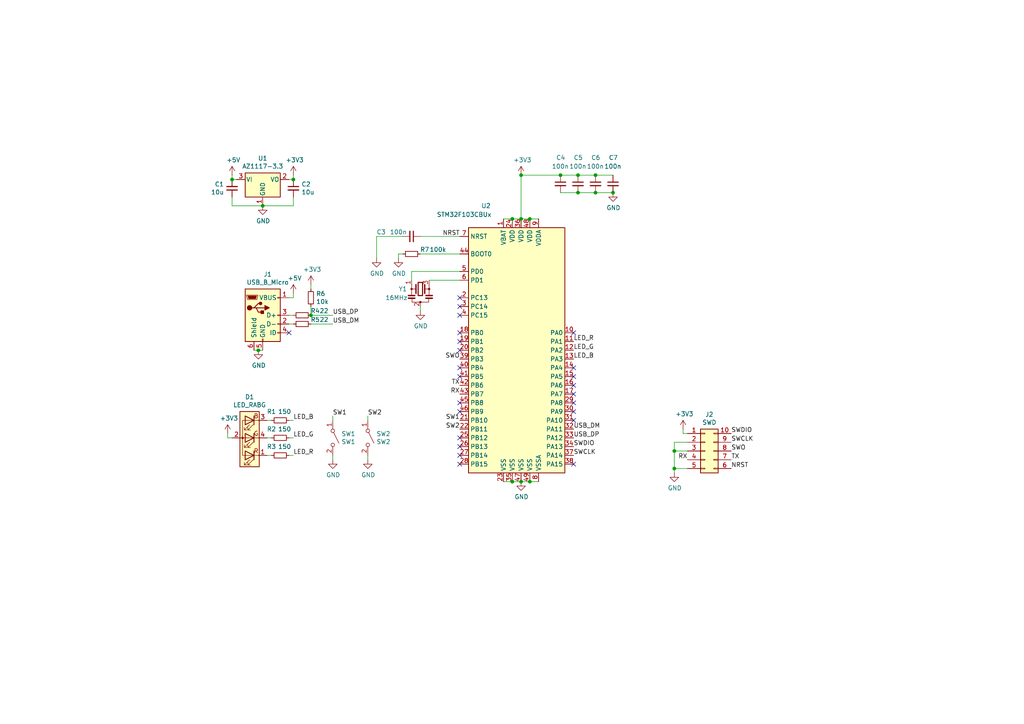
<source format=kicad_sch>
(kicad_sch (version 20231120) (generator "eeschema") (generator_version "8.0")
  (paper "A4")
  (lib_symbols
    (symbol "Connector:USB_B_Micro" (pin_names (offset 1.016))
      (property "Reference" "J" (at -5.08 11.43 0))
      (property "Value" "USB_B_Micro" (at -5.08 8.89 0))
      (symbol "USB_B_Micro_0_1"
        (rectangle (start -5.08 -7.62) (end 5.08 7.62) (stroke (width 0.254)) (fill (type background)))
        (circle (center -3.81 2.159) (radius 0.635) (stroke (width 0.254)) (fill (type outline)))
        (circle (center -0.635 3.429) (radius 0.381) (stroke (width 0.254)) (fill (type outline)))
        (rectangle (start -0.127 -7.62) (end 0.127 -6.858))
        (polyline (pts (xy -1.905 2.159) (xy 0.635 2.159)) (stroke (width 0.254)))
        (polyline (pts (xy -3.175 2.159) (xy -2.54 2.159) (xy -1.27 3.429) (xy -0.635 3.429)) (stroke (width 0.254)))
        (polyline (pts (xy -2.54 2.159) (xy -1.905 2.159) (xy -1.27 0.889) (xy 0 0.889)) (stroke (width 0.254)))
        (polyline (pts (xy 0.635 2.794) (xy 0.635 1.524) (xy 1.905 2.159) (xy 0.635 2.794)) (stroke (width 0.254)) (fill (type outline)))
        (polyline (pts (xy -4.318 5.588) (xy -1.778 5.588) (xy -2.032 4.826) (xy -4.064 4.826) (xy -4.318 5.588)) (fill (type outline)))
        (polyline (pts (xy -4.699 5.842) (xy -4.699 5.588) (xy -4.445 4.826) (xy -4.445 4.572) (xy -1.651 4.572) (xy -1.651 4.826) (xy -1.397 5.588) (xy -1.397 5.842) (xy -4.699 5.842)))
        (rectangle (start 0.254 1.27) (end -0.508 0.508) (stroke (width 0.254)) (fill (type outline)))
        (rectangle (start 5.08 -5.207) (end 4.318 -4.953))
        (rectangle (start 5.08 -2.667) (end 4.318 -2.413))
        (rectangle (start 5.08 -0.127) (end 4.318 0.127))
        (rectangle (start 5.08 4.953) (end 4.318 5.207))
      )
      (symbol "USB_B_Micro_1_1"
        (pin power_out line (at 7.62 5.08 180) (length 2.54) (name "VBUS") (number "1"))
        (pin bidirectional line (at 7.62 -2.54 180) (length 2.54) (name "D-") (number "2"))
        (pin bidirectional line (at 7.62 0 180) (length 2.54) (name "D+") (number "3"))
        (pin passive line (at 7.62 -5.08 180) (length 2.54) (name "ID") (number "4"))
        (pin power_out line (at 0 -10.16 90) (length 2.54) (name "GND") (number "5"))
        (pin passive line (at -2.54 -10.16 90) (length 2.54) (name "Shield") (number "6"))
      )
    )
    (symbol "Connector_Generic:Conn_02x05_Counter_Clockwise" (pin_names (offset 1.016) hide)
      (property "Reference" "J" (at 1.27 7.62 0))
      (property "Value" "Conn_02x05_Counter_Clockwise" (at 1.27 -7.62 0))
      (symbol "Conn_02x05_Counter_Clockwise_1_1"
        (rectangle (start -1.27 -4.953) (end 0 -5.207) (stroke (width 0.1524)))
        (rectangle (start -1.27 -2.413) (end 0 -2.667) (stroke (width 0.1524)))
        (rectangle (start -1.27 0.127) (end 0 -0.127) (stroke (width 0.1524)))
        (rectangle (start -1.27 2.667) (end 0 2.413) (stroke (width 0.1524)))
        (rectangle (start -1.27 5.207) (end 0 4.953) (stroke (width 0.1524)))
        (rectangle (start -1.27 6.35) (end 3.81 -6.35) (stroke (width 0.254)) (fill (type background)))
        (rectangle (start 3.81 -4.953) (end 2.54 -5.207) (stroke (width 0.1524)))
        (rectangle (start 3.81 -2.413) (end 2.54 -2.667) (stroke (width 0.1524)))
        (rectangle (start 3.81 0.127) (end 2.54 -0.127) (stroke (width 0.1524)))
        (rectangle (start 3.81 2.667) (end 2.54 2.413) (stroke (width 0.1524)))
        (rectangle (start 3.81 5.207) (end 2.54 4.953) (stroke (width 0.1524)))
        (pin passive line (at -5.08 5.08 0) (length 3.81) (name "Pin_1") (number "1"))
        (pin passive line (at 7.62 5.08 180) (length 3.81) (name "Pin_10") (number "10"))
        (pin passive line (at -5.08 2.54 0) (length 3.81) (name "Pin_2") (number "2"))
        (pin passive line (at -5.08 0 0) (length 3.81) (name "Pin_3") (number "3"))
        (pin passive line (at -5.08 -2.54 0) (length 3.81) (name "Pin_4") (number "4"))
        (pin passive line (at -5.08 -5.08 0) (length 3.81) (name "Pin_5") (number "5"))
        (pin passive line (at 7.62 -5.08 180) (length 3.81) (name "Pin_6") (number "6"))
        (pin passive line (at 7.62 -2.54 180) (length 3.81) (name "Pin_7") (number "7"))
        (pin passive line (at 7.62 0 180) (length 3.81) (name "Pin_8") (number "8"))
        (pin passive line (at 7.62 2.54 180) (length 3.81) (name "Pin_9") (number "9"))
      )
    )
    (symbol "Device:C_Small" (pin_numbers hide) (pin_names (offset 0.254) hide)
      (property "Reference" "C" (at 0.254 1.778 0))
      (property "Value" "C_Small" (at 0.254 -2.032 0))
      (symbol "C_Small_0_1"
        (polyline (pts (xy -1.524 -0.508) (xy 1.524 -0.508)) (stroke (width 0.3302)))
        (polyline (pts (xy -1.524 0.508) (xy 1.524 0.508)) (stroke (width 0.3048)))
      )
      (symbol "C_Small_1_1"
        (pin passive line (at 0 2.54 270) (length 2.032) (name "~") (number "1"))
        (pin passive line (at 0 -2.54 90) (length 2.032) (name "~") (number "2"))
      )
    )
    (symbol "Device:LED_RABG" (pin_names (offset 0) hide)
      (property "Reference" "D" (at 0 9.398 0))
      (property "Value" "LED_RABG" (at 0 -8.89 0))
      (symbol "LED_RABG_0_0"
        (text "B" (at -1.905 -6.35 0) (effects (font (size 1.27 1.27))))
        (text "G" (at -1.905 -1.27 0) (effects (font (size 1.27 1.27))))
        (text "R" (at -1.905 3.81 0) (effects (font (size 1.27 1.27))))
      )
      (symbol "LED_RABG_0_1"
        (polyline (pts (xy -1.27 -5.08) (xy -2.54 -5.08)))
        (polyline (pts (xy -1.27 -5.08) (xy 1.27 -5.08)))
        (polyline (pts (xy -1.27 -3.81) (xy -1.27 -6.35)) (stroke (width 0.254)))
        (polyline (pts (xy -1.27 0) (xy -2.54 0)))
        (polyline (pts (xy -1.27 1.27) (xy -1.27 -1.27)) (stroke (width 0.254)))
        (polyline (pts (xy -1.27 5.08) (xy -2.54 5.08)))
        (polyline (pts (xy -1.27 5.08) (xy 1.27 5.08)))
        (polyline (pts (xy -1.27 6.35) (xy -1.27 3.81)) (stroke (width 0.254)))
        (polyline (pts (xy 1.27 0) (xy -1.27 0)))
        (polyline (pts (xy 1.27 0) (xy 2.54 0)))
        (polyline (pts (xy -1.27 1.27) (xy -1.27 -1.27) (xy -1.27 -1.27)))
        (polyline (pts (xy -1.27 6.35) (xy -1.27 3.81) (xy -1.27 3.81)))
        (polyline (pts (xy 1.27 -5.08) (xy 2.032 -5.08) (xy 2.032 5.08) (xy 1.27 5.08)))
        (polyline (pts (xy 1.27 -3.81) (xy 1.27 -6.35) (xy -1.27 -5.08) (xy 1.27 -3.81)) (stroke (width 0.254)))
        (polyline (pts (xy 1.27 1.27) (xy 1.27 -1.27) (xy -1.27 0) (xy 1.27 1.27)) (stroke (width 0.254)))
        (polyline (pts (xy 1.27 6.35) (xy 1.27 3.81) (xy -1.27 5.08) (xy 1.27 6.35)) (stroke (width 0.254)))
        (polyline (pts (xy -1.016 -3.81) (xy 0.508 -2.286) (xy -0.254 -2.286) (xy 0.508 -2.286) (xy 0.508 -3.048)))
        (polyline (pts (xy -1.016 1.27) (xy 0.508 2.794) (xy -0.254 2.794) (xy 0.508 2.794) (xy 0.508 2.032)))
        (polyline (pts (xy -1.016 6.35) (xy 0.508 7.874) (xy -0.254 7.874) (xy 0.508 7.874) (xy 0.508 7.112)))
        (polyline (pts (xy 0 -3.81) (xy 1.524 -2.286) (xy 0.762 -2.286) (xy 1.524 -2.286) (xy 1.524 -3.048)))
        (polyline (pts (xy 0 1.27) (xy 1.524 2.794) (xy 0.762 2.794) (xy 1.524 2.794) (xy 1.524 2.032)))
        (polyline (pts (xy 0 6.35) (xy 1.524 7.874) (xy 0.762 7.874) (xy 1.524 7.874) (xy 1.524 7.112)))
        (rectangle (start 1.27 -1.27) (end 1.27 1.27))
        (rectangle (start 1.27 1.27) (end 1.27 1.27))
        (rectangle (start 1.27 3.81) (end 1.27 6.35))
        (rectangle (start 1.27 6.35) (end 1.27 6.35))
        (circle (center 2.032 0) (radius 0.254) (fill (type outline)))
        (rectangle (start 2.794 8.382) (end -2.794 -7.62) (stroke (width 0.254)) (fill (type background)))
      )
      (symbol "LED_RABG_1_1"
        (pin passive line (at -5.08 5.08 0) (length 2.54) (name "RK") (number "1"))
        (pin passive line (at 5.08 0 180) (length 2.54) (name "A") (number "2"))
        (pin passive line (at -5.08 -5.08 0) (length 2.54) (name "BK") (number "3"))
        (pin passive line (at -5.08 0 0) (length 2.54) (name "GK") (number "4"))
      )
    )
    (symbol "Device:R_Small" (pin_numbers hide) (pin_names (offset 0.254) hide)
      (property "Reference" "R" (at 0.762 0.508 0))
      (property "Value" "R_Small" (at 0.762 -1.016 0))
      (symbol "R_Small_0_1"
        (rectangle (start -0.762 1.778) (end 0.762 -1.778) (stroke (width 0.2032)))
      )
      (symbol "R_Small_1_1"
        (pin passive line (at 0 2.54 270) (length 0.762) (name "~") (number "1"))
        (pin passive line (at 0 -2.54 90) (length 0.762) (name "~") (number "2"))
      )
    )
    (symbol "Device:Resonator_Small" (pin_names (offset 1.016) hide)
      (property "Reference" "Y" (at 3.175 1.905 0))
      (property "Value" "Resonator_Small" (at 3.175 0 0))
      (symbol "Resonator_Small_0_1"
        (rectangle (start -3.556 -2.54) (end -1.524 -2.794) (fill (type outline)))
        (rectangle (start -3.556 -1.778) (end -1.524 -2.032) (fill (type outline)))
        (circle (center -2.54 0) (radius 0.254) (fill (type outline)))
        (rectangle (start -0.635 1.905) (end 0.635 -1.905) (stroke (width 0.3048)))
        (circle (center 0 -3.81) (radius 0.254) (fill (type outline)))
        (polyline (pts (xy -2.54 -1.778) (xy -2.54 0)))
        (polyline (pts (xy -2.54 0) (xy -1.397 0)))
        (polyline (pts (xy -2.54 1.27) (xy -2.54 0)))
        (polyline (pts (xy -1.27 -1.27) (xy -1.27 1.27)) (stroke (width 0.381)))
        (polyline (pts (xy 1.27 -1.27) (xy 1.27 1.27)) (stroke (width 0.381)))
        (polyline (pts (xy 1.27 0) (xy 2.54 0)))
        (polyline (pts (xy 2.54 0) (xy 2.54 -1.778)))
        (polyline (pts (xy 2.54 1.27) (xy 2.54 0)))
        (polyline (pts (xy 2.413 -2.794) (xy 2.413 -3.81) (xy -2.413 -3.81) (xy -2.413 -2.667)))
        (rectangle (start 1.524 -2.54) (end 3.556 -2.794) (fill (type outline)))
        (rectangle (start 1.524 -1.778) (end 3.556 -2.032) (fill (type outline)))
        (circle (center 2.54 0) (radius 0.254) (fill (type outline)))
      )
      (symbol "Resonator_Small_1_1"
        (pin passive line (at -2.54 2.54 270) (length 1.27) (name "1") (number "1"))
        (pin passive line (at 0 -5.08 90) (length 1.27) (name "2") (number "2"))
        (pin passive line (at 2.54 2.54 270) (length 1.27) (name "3") (number "3"))
      )
    )
    (symbol "MCU_ST_STM32F1:STM32F103CBUx"
      (property "Reference" "U" (at -15.24 36.83 0))
      (property "Value" "STM32F103CBUx" (at 7.62 36.83 0))
      (symbol "STM32F103CBUx_0_1"
        (rectangle (start -15.24 -35.56) (end 12.7 35.56) (stroke (width 0.254)) (fill (type background)))
      )
      (symbol "STM32F103CBUx_1_1"
        (pin power_in line (at -5.08 38.1 270) (length 2.54) (name "VBAT") (number "1"))
        (pin bidirectional line (at 15.24 5.08 180) (length 2.54) (name "PA0") (number "10"))
        (pin bidirectional line (at 15.24 2.54 180) (length 2.54) (name "PA1") (number "11"))
        (pin bidirectional line (at 15.24 0 180) (length 2.54) (name "PA2") (number "12"))
        (pin bidirectional line (at 15.24 -2.54 180) (length 2.54) (name "PA3") (number "13"))
        (pin bidirectional line (at 15.24 -5.08 180) (length 2.54) (name "PA4") (number "14"))
        (pin bidirectional line (at 15.24 -7.62 180) (length 2.54) (name "PA5") (number "15"))
        (pin bidirectional line (at 15.24 -10.16 180) (length 2.54) (name "PA6") (number "16"))
        (pin bidirectional line (at 15.24 -12.7 180) (length 2.54) (name "PA7") (number "17"))
        (pin bidirectional line (at -17.78 5.08 0) (length 2.54) (name "PB0") (number "18"))
        (pin bidirectional line (at -17.78 2.54 0) (length 2.54) (name "PB1") (number "19"))
        (pin bidirectional line (at -17.78 15.24 0) (length 2.54) (name "PC13") (number "2"))
        (pin bidirectional line (at -17.78 0 0) (length 2.54) (name "PB2") (number "20"))
        (pin bidirectional line (at -17.78 -20.32 0) (length 2.54) (name "PB10") (number "21"))
        (pin bidirectional line (at -17.78 -22.86 0) (length 2.54) (name "PB11") (number "22"))
        (pin power_in line (at -5.08 -38.1 90) (length 2.54) (name "VSS") (number "23"))
        (pin power_in line (at -2.54 38.1 270) (length 2.54) (name "VDD") (number "24"))
        (pin bidirectional line (at -17.78 -25.4 0) (length 2.54) (name "PB12") (number "25"))
        (pin bidirectional line (at -17.78 -27.94 0) (length 2.54) (name "PB13") (number "26"))
        (pin bidirectional line (at -17.78 -30.48 0) (length 2.54) (name "PB14") (number "27"))
        (pin bidirectional line (at -17.78 -33.02 0) (length 2.54) (name "PB15") (number "28"))
        (pin bidirectional line (at 15.24 -15.24 180) (length 2.54) (name "PA8") (number "29"))
        (pin bidirectional line (at -17.78 12.7 0) (length 2.54) (name "PC14") (number "3"))
        (pin bidirectional line (at 15.24 -17.78 180) (length 2.54) (name "PA9") (number "30"))
        (pin bidirectional line (at 15.24 -20.32 180) (length 2.54) (name "PA10") (number "31"))
        (pin bidirectional line (at 15.24 -22.86 180) (length 2.54) (name "PA11") (number "32"))
        (pin bidirectional line (at 15.24 -25.4 180) (length 2.54) (name "PA12") (number "33"))
        (pin bidirectional line (at 15.24 -27.94 180) (length 2.54) (name "PA13") (number "34"))
        (pin power_in line (at -2.54 -38.1 90) (length 2.54) (name "VSS") (number "35"))
        (pin power_in line (at 0 38.1 270) (length 2.54) (name "VDD") (number "36"))
        (pin bidirectional line (at 15.24 -30.48 180) (length 2.54) (name "PA14") (number "37"))
        (pin bidirectional line (at 15.24 -33.02 180) (length 2.54) (name "PA15") (number "38"))
        (pin bidirectional line (at -17.78 -2.54 0) (length 2.54) (name "PB3") (number "39"))
        (pin bidirectional line (at -17.78 10.16 0) (length 2.54) (name "PC15") (number "4"))
        (pin bidirectional line (at -17.78 -5.08 0) (length 2.54) (name "PB4") (number "40"))
        (pin bidirectional line (at -17.78 -7.62 0) (length 2.54) (name "PB5") (number "41"))
        (pin bidirectional line (at -17.78 -10.16 0) (length 2.54) (name "PB6") (number "42"))
        (pin bidirectional line (at -17.78 -12.7 0) (length 2.54) (name "PB7") (number "43"))
        (pin input line (at -17.78 27.94 0) (length 2.54) (name "BOOT0") (number "44"))
        (pin bidirectional line (at -17.78 -15.24 0) (length 2.54) (name "PB8") (number "45"))
        (pin bidirectional line (at -17.78 -17.78 0) (length 2.54) (name "PB9") (number "46"))
        (pin power_in line (at 0 -38.1 90) (length 2.54) (name "VSS") (number "47"))
        (pin power_in line (at 2.54 38.1 270) (length 2.54) (name "VDD") (number "48"))
        (pin power_in line (at 2.54 -38.1 90) (length 2.54) (name "VSS") (number "49"))
        (pin input line (at -17.78 22.86 0) (length 2.54) (name "PD0") (number "5"))
        (pin input line (at -17.78 20.32 0) (length 2.54) (name "PD1") (number "6"))
        (pin input line (at -17.78 33.02 0) (length 2.54) (name "NRST") (number "7"))
        (pin power_in line (at 5.08 -38.1 90) (length 2.54) (name "VSSA") (number "8"))
        (pin power_in line (at 5.08 38.1 270) (length 2.54) (name "VDDA") (number "9"))
      )
    )
    (symbol "Regulator_Linear:AZ1117-3.3" (pin_names (offset 0.254))
      (property "Reference" "U" (at -3.81 3.175 0))
      (property "Value" "AZ1117-3.3" (at 0 3.175 0))
      (symbol "AZ1117-3.3_0_1"
        (rectangle (start -5.08 1.905) (end 5.08 -5.08) (stroke (width 0.254)) (fill (type background)))
      )
      (symbol "AZ1117-3.3_1_1"
        (pin power_in line (at 0 -7.62 90) (length 2.54) (name "GND") (number "1"))
        (pin power_out line (at 7.62 0 180) (length 2.54) (name "VO") (number "2"))
        (pin power_in line (at -7.62 0 0) (length 2.54) (name "VI") (number "3"))
      )
    )
    (symbol "Switch:SW_SPST" (pin_names (offset 0) hide)
      (property "Reference" "SW" (at 0 3.175 0))
      (property "Value" "SW_SPST" (at 0 -2.54 0))
      (symbol "SW_SPST_0_0"
        (circle (center -2.032 0) (radius 0.508))
        (polyline (pts (xy -1.524 0.254) (xy 1.524 1.778)))
        (circle (center 2.032 0) (radius 0.508))
      )
      (symbol "SW_SPST_1_1"
        (pin passive line (at -5.08 0 0) (length 2.54) (name "A") (number "1"))
        (pin passive line (at 5.08 0 180) (length 2.54) (name "B") (number "2"))
      )
    )
    (symbol "power:+3V3" (power) (pin_names (offset 0))
      (property "Value" "+3V3" (at 0 3.556 0))
      (symbol "+3V3_0_1"
        (polyline (pts (xy -0.762 1.27) (xy 0 2.54)))
        (polyline (pts (xy 0 0) (xy 0 2.54)))
        (polyline (pts (xy 0 2.54) (xy 0.762 1.27)))
      )
      (symbol "+3V3_1_1"
        (pin power_in line (at 0 0 90) (length 0) hide (name "+3V3") (number "1"))
      )
    )
    (symbol "power:+5V" (power) (pin_names (offset 0))
      (property "Value" "+5V" (at 0 3.556 0))
      (symbol "+5V_0_1"
        (polyline (pts (xy -0.762 1.27) (xy 0 2.54)))
        (polyline (pts (xy 0 0) (xy 0 2.54)))
        (polyline (pts (xy 0 2.54) (xy 0.762 1.27)))
      )
      (symbol "+5V_1_1"
        (pin power_in line (at 0 0 90) (length 0) hide (name "+5V") (number "1"))
      )
    )
    (symbol "power:GND" (power) (pin_names (offset 0))
      (property "Value" "GND" (at 0 -3.81 0))
      (symbol "GND_0_1"
        (polyline (pts (xy 0 0) (xy 0 -1.27) (xy 1.27 -1.27) (xy 0 -2.54) (xy -1.27 -1.27) (xy 0 -1.27)))
      )
      (symbol "GND_1_1"
        (pin power_in line (at 0 0 270) (length 0) hide (name "GND") (number "1"))
      )
    )
  )
  (junction (at 153.67 139.7))
  (junction (at 167.64 50.8))
  (junction (at 76.2 59.69))
  (junction (at 195.58 135.89))
  (junction (at 151.13 63.5))
  (junction (at 153.67 63.5))
  (junction (at 177.8 55.88))
  (junction (at 167.64 55.88))
  (junction (at 151.13 50.8))
  (junction (at 67.31 52.07))
  (junction (at 195.58 130.81))
  (junction (at 90.17 91.44))
  (junction (at 148.59 139.7))
  (junction (at 172.72 55.88))
  (junction (at 172.72 50.8))
  (junction (at 148.59 63.5))
  (junction (at 85.09 52.07))
  (junction (at 74.93 101.6))
  (junction (at 162.56 50.8))
  (junction (at 151.13 139.7))
  (no_connect (at 166.37 134.62))
  (no_connect (at 166.37 111.76))
  (no_connect (at 133.35 91.44))
  (no_connect (at 133.35 99.06))
  (no_connect (at 133.35 129.54))
  (no_connect (at 133.35 86.36))
  (no_connect (at 166.37 121.92))
  (no_connect (at 133.35 134.62))
  (no_connect (at 133.35 119.38))
  (no_connect (at 166.37 109.22))
  (no_connect (at 133.35 96.52))
  (no_connect (at 133.35 109.22))
  (no_connect (at 166.37 119.38))
  (no_connect (at 133.35 132.08))
  (no_connect (at 83.82 96.52))
  (no_connect (at 166.37 96.52))
  (no_connect (at 133.35 127))
  (no_connect (at 133.35 106.68))
  (no_connect (at 166.37 116.84))
  (no_connect (at 166.37 114.3))
  (no_connect (at 133.35 116.84))
  (no_connect (at 166.37 106.68))
  (no_connect (at 133.35 101.6))
  (no_connect (at 133.35 88.9))
  (wire (pts (xy 96.52 132.08) (xy 96.52 133.35)))
  (wire (pts (xy 121.92 73.66) (xy 133.35 73.66)))
  (wire (pts (xy 109.22 68.58) (xy 109.22 74.93)))
  (wire (pts (xy 199.39 135.89) (xy 195.58 135.89)))
  (wire (pts (xy 77.47 121.92) (xy 78.74 121.92)))
  (wire (pts (xy 85.09 86.36) (xy 85.09 85.09)))
  (wire (pts (xy 116.84 68.58) (xy 109.22 68.58)))
  (wire (pts (xy 96.52 120.65) (xy 96.52 121.92)))
  (wire (pts (xy 66.04 125.73) (xy 66.04 127)))
  (wire (pts (xy 177.8 55.88) (xy 172.72 55.88)))
  (wire (pts (xy 116.84 73.66) (xy 115.57 73.66)))
  (wire (pts (xy 83.82 132.08) (xy 85.09 132.08)))
  (wire (pts (xy 90.17 88.9) (xy 90.17 91.44)))
  (wire (pts (xy 172.72 50.8) (xy 177.8 50.8)))
  (wire (pts (xy 119.38 78.74) (xy 119.38 81.28)))
  (wire (pts (xy 199.39 128.27) (xy 195.58 128.27)))
  (wire (pts (xy 162.56 50.8) (xy 167.64 50.8)))
  (wire (pts (xy 76.2 59.69) (xy 85.09 59.69)))
  (wire (pts (xy 198.12 125.73) (xy 199.39 125.73)))
  (wire (pts (xy 146.05 63.5) (xy 148.59 63.5)))
  (wire (pts (xy 83.82 127) (xy 85.09 127)))
  (wire (pts (xy 146.05 139.7) (xy 148.59 139.7)))
  (wire (pts (xy 83.82 52.07) (xy 85.09 52.07)))
  (wire (pts (xy 106.68 132.08) (xy 106.68 133.35)))
  (wire (pts (xy 90.17 93.98) (xy 96.52 93.98)))
  (wire (pts (xy 195.58 130.81) (xy 195.58 135.89)))
  (wire (pts (xy 115.57 73.66) (xy 115.57 74.93)))
  (wire (pts (xy 85.09 59.69) (xy 85.09 57.15)))
  (wire (pts (xy 67.31 59.69) (xy 76.2 59.69)))
  (wire (pts (xy 167.64 55.88) (xy 162.56 55.88)))
  (wire (pts (xy 83.82 86.36) (xy 85.09 86.36)))
  (wire (pts (xy 148.59 63.5) (xy 151.13 63.5)))
  (wire (pts (xy 77.47 127) (xy 78.74 127)))
  (wire (pts (xy 153.67 139.7) (xy 156.21 139.7)))
  (wire (pts (xy 148.59 139.7) (xy 151.13 139.7)))
  (wire (pts (xy 151.13 63.5) (xy 151.13 50.8)))
  (wire (pts (xy 151.13 50.8) (xy 162.56 50.8)))
  (wire (pts (xy 66.04 127) (xy 67.31 127)))
  (wire (pts (xy 133.35 78.74) (xy 119.38 78.74)))
  (wire (pts (xy 96.52 91.44) (xy 90.17 91.44)))
  (wire (pts (xy 151.13 139.7) (xy 153.67 139.7)))
  (wire (pts (xy 83.82 91.44) (xy 85.09 91.44)))
  (wire (pts (xy 172.72 55.88) (xy 167.64 55.88)))
  (wire (pts (xy 73.66 101.6) (xy 74.93 101.6)))
  (wire (pts (xy 83.82 121.92) (xy 85.09 121.92)))
  (wire (pts (xy 106.68 120.65) (xy 106.68 121.92)))
  (wire (pts (xy 67.31 50.8) (xy 67.31 52.07)))
  (wire (pts (xy 121.92 68.58) (xy 133.35 68.58)))
  (wire (pts (xy 90.17 82.55) (xy 90.17 83.82)))
  (wire (pts (xy 153.67 63.5) (xy 156.21 63.5)))
  (wire (pts (xy 195.58 135.89) (xy 195.58 137.16)))
  (wire (pts (xy 151.13 63.5) (xy 153.67 63.5)))
  (wire (pts (xy 83.82 93.98) (xy 85.09 93.98)))
  (wire (pts (xy 77.47 132.08) (xy 78.74 132.08)))
  (wire (pts (xy 74.93 101.6) (xy 76.2 101.6)))
  (wire (pts (xy 121.92 88.9) (xy 121.92 90.17)))
  (wire (pts (xy 167.64 50.8) (xy 172.72 50.8)))
  (wire (pts (xy 67.31 57.15) (xy 67.31 59.69)))
  (wire (pts (xy 124.46 81.28) (xy 133.35 81.28)))
  (wire (pts (xy 68.58 52.07) (xy 67.31 52.07)))
  (wire (pts (xy 198.12 124.46) (xy 198.12 125.73)))
  (wire (pts (xy 85.09 50.8) (xy 85.09 52.07)))
  (wire (pts (xy 195.58 128.27) (xy 195.58 130.81)))
  (wire (pts (xy 199.39 130.81) (xy 195.58 130.81)))
  (label "SW2" (at 106.68 120.65 0))
  (label "LED_R" (at 166.37 99.06 0))
  (label "SWO" (at 133.35 104.14 180))
  (label "USB_DP" (at 166.37 127 0))
  (label "SW2" (at 133.35 124.46 180))
  (label "LED_B" (at 166.37 104.14 0))
  (label "SWDIO" (at 212.09 125.73 0))
  (label "SWDIO" (at 166.37 129.54 0))
  (label "TX" (at 212.09 133.35 0))
  (label "SWO" (at 212.09 130.81 0))
  (label "RX" (at 199.39 133.35 180))
  (label "RX" (at 133.35 114.3 180))
  (label "USB_DM" (at 96.52 93.98 0))
  (label "SW1" (at 133.35 121.92 180))
  (label "SWCLK" (at 166.37 132.08 0))
  (label "NRST" (at 212.09 135.89 0))
  (label "LED_B" (at 85.09 121.92 0))
  (label "LED_G" (at 85.09 127 0))
  (label "LED_G" (at 166.37 101.6 0))
  (label "USB_DM" (at 166.37 124.46 0))
  (label "USB_DP" (at 96.52 91.44 0))
  (label "LED_R" (at 85.09 132.08 0))
  (label "SWCLK" (at 212.09 128.27 0))
  (label "NRST" (at 133.35 68.58 180))
  (label "SW1" (at 96.52 120.65 0))
  (label "TX" (at 133.35 111.76 180))
  (symbol (lib_id "MCU_ST_STM32F1:STM32F103CBUx") (at 151.13 101.6 0) (unit 1)
    (property "Reference" "U2" (at 140.97 59.69 0))
    (property "Value" "STM32F103CBUx" (at 134.62 62.23 0))
    (property "Footprint" "Package_DFN_QFN:QFN-48-1EP_7x7mm_P0.5mm_EP5.6x5.6mm" (effects (hide yes)))
    (property "Datasheet" "http://www.st.com/st-web-ui/static/active/en/resource/technical/document/datasheet/CD00161566.pdf" (effects (hide yes)))
  )
  (symbol (lib_id "power:GND") (at 151.13 139.7 0) (unit 1)
    (property "Reference" "#PWR0101" (effects (hide yes)))
    (property "Value" "GND" (at 151.257 144.0942 0))
  )
  (symbol (lib_id "Device:C_Small") (at 162.56 53.34 0) (unit 1)
    (property "Reference" "C4" (at 161.29 45.72 0) (effects (justify left)))
    (property "Value" "100n" (at 160.02 48.26 0) (effects (justify left)))
    (property "Footprint" "Capacitor_SMD:C_0603_1608Metric" (effects (hide yes)))
  )
  (symbol (lib_id "Device:C_Small") (at 167.64 53.34 0) (unit 1)
    (property "Reference" "C5" (at 166.37 45.72 0) (effects (justify left)))
    (property "Value" "100n" (at 165.1 48.26 0) (effects (justify left)))
    (property "Footprint" "Capacitor_SMD:C_0603_1608Metric" (effects (hide yes)))
  )
  (symbol (lib_id "Device:C_Small") (at 172.72 53.34 0) (unit 1)
    (property "Reference" "C6" (at 171.45 45.72 0) (effects (justify left)))
    (property "Value" "100n" (at 170.18 48.26 0) (effects (justify left)))
    (property "Footprint" "Capacitor_SMD:C_0603_1608Metric" (effects (hide yes)))
  )
  (symbol (lib_id "Device:C_Small") (at 177.8 53.34 0) (unit 1)
    (property "Reference" "C7" (at 176.53 45.72 0) (effects (justify left)))
    (property "Value" "100n" (at 175.26 48.26 0) (effects (justify left)))
    (property "Footprint" "Capacitor_SMD:C_0603_1608Metric" (effects (hide yes)))
  )
  (symbol (lib_id "power:+3V3") (at 151.13 50.8 0) (unit 1)
    (property "Reference" "#PWR0102" (effects (hide yes)))
    (property "Value" "+3V3" (at 151.511 46.4058 0))
  )
  (symbol (lib_id "power:GND") (at 177.8 55.88 0) (unit 1)
    (property "Reference" "#PWR0103" (effects (hide yes)))
    (property "Value" "GND" (at 177.927 60.2742 0))
  )
  (symbol (lib_id "Device:C_Small") (at 119.38 68.58 270) (unit 1)
    (property "Reference" "C3" (at 109.22 67.31 90) (effects (justify left)))
    (property "Value" "100n" (at 113.03 67.31 90) (effects (justify left)))
    (property "Footprint" "Capacitor_SMD:C_0603_1608Metric" (effects (hide yes)))
  )
  (symbol (lib_id "Device:R_Small") (at 119.38 73.66 270) (unit 1)
    (property "Reference" "R7" (at 123.19 72.39 90))
    (property "Value" "100k" (at 127 72.39 90))
    (property "Footprint" "Resistor_SMD:R_0603_1608Metric" (effects (hide yes)))
  )
  (symbol (lib_id "Device:Resonator_Small") (at 121.92 83.82 0) (unit 1)
    (property "Reference" "Y1" (at 115.57 83.82 0) (effects (justify left)))
    (property "Value" "16MHz" (at 111.76 86.36 0) (effects (justify left)))
    (property "Footprint" "Crystal:Resonator_SMD_muRata_CSTxExxV-3Pin_3.0x1.1mm" (effects (hide yes)))
  )
  (symbol (lib_id "power:GND") (at 121.92 90.17 0) (unit 1)
    (property "Reference" "#PWR0104" (effects (hide yes)))
    (property "Value" "GND" (at 122.047 94.5642 0))
  )
  (symbol (lib_id "power:GND") (at 115.57 74.93 0) (unit 1)
    (property "Reference" "#PWR0105" (effects (hide yes)))
    (property "Value" "GND" (at 115.697 79.3242 0))
  )
  (symbol (lib_id "power:GND") (at 109.22 74.93 0) (unit 1)
    (property "Reference" "#PWR0106" (effects (hide yes)))
    (property "Value" "GND" (at 109.347 79.3242 0))
  )
  (symbol (lib_id "Regulator_Linear:AZ1117-3.3") (at 76.2 52.07 0) (unit 1)
    (property "Reference" "U1" (at 76.2 45.9232 0))
    (property "Value" "AZ1117-3.3" (at 76.2 48.2346 0))
    (property "Footprint" "Package_TO_SOT_SMD:SOT-89-3" (effects (hide yes)))
    (property "Datasheet" "https://www.diodes.com/assets/Datasheets/AZ1117.pdf" (effects (hide yes)))
  )
  (symbol (lib_id "Device:C_Small") (at 85.09 54.61 0) (unit 1)
    (property "Reference" "C2" (at 87.4268 53.4416 0) (effects (justify left)))
    (property "Value" "10u" (at 87.4268 55.753 0) (effects (justify left)))
    (property "Footprint" "Capacitor_SMD:C_0805_2012Metric" (effects (hide yes)))
  )
  (symbol (lib_id "Device:C_Small") (at 67.31 54.61 0) (mirror x) (unit 1)
    (property "Reference" "C1" (at 64.9732 53.4416 0) (effects (justify right)))
    (property "Value" "10u" (at 64.9732 55.753 0) (effects (justify right)))
    (property "Footprint" "Capacitor_SMD:C_0805_2012Metric" (effects (hide yes)))
  )
  (symbol (lib_id "power:+5V") (at 67.31 50.8 0) (unit 1)
    (property "Reference" "#PWR0107" (effects (hide yes)))
    (property "Value" "+5V" (at 67.691 46.4058 0))
  )
  (symbol (lib_id "power:+3V3") (at 85.09 50.8 0) (unit 1)
    (property "Reference" "#PWR0108" (effects (hide yes)))
    (property "Value" "+3V3" (at 85.471 46.4058 0))
  )
  (symbol (lib_id "power:GND") (at 76.2 59.69 0) (unit 1)
    (property "Reference" "#PWR0109" (effects (hide yes)))
    (property "Value" "GND" (at 76.327 64.0842 0))
  )
  (symbol (lib_id "Connector_Generic:Conn_02x05_Counter_Clockwise") (at 204.47 130.81 0) (unit 1)
    (property "Reference" "J2" (at 205.74 120.2182 0))
    (property "Value" "SWD" (at 205.74 122.5296 0))
    (property "Footprint" "Connector:Tag-Connect_TC2050-IDC-NL_2x05_P1.27mm_Vertical" (effects (hide yes)))
  )
  (symbol (lib_id "power:+3V3") (at 198.12 124.46 0) (unit 1)
    (property "Reference" "#PWR0110" (effects (hide yes)))
    (property "Value" "+3V3" (at 198.501 120.0658 0))
  )
  (symbol (lib_id "power:GND") (at 195.58 137.16 0) (unit 1)
    (property "Reference" "#PWR0111" (effects (hide yes)))
    (property "Value" "GND" (at 195.707 141.5542 0))
  )
  (symbol (lib_id "Device:LED_RABG") (at 72.39 127 180) (unit 1)
    (property "Reference" "D1" (at 72.39 115.1382 0))
    (property "Value" "LED_RABG" (at 72.39 117.4496 0))
    (property "Footprint" "Resistor_SMD:R_Array_Convex_2x0606" (effects (hide yes)))
  )
  (symbol (lib_id "power:+3V3") (at 66.04 125.73 0) (unit 1)
    (property "Reference" "#PWR0112" (effects (hide yes)))
    (property "Value" "+3V3" (at 66.421 121.3358 0))
  )
  (symbol (lib_id "Device:R_Small") (at 81.28 121.92 270) (unit 1)
    (property "Reference" "R1" (at 78.74 119.38 90))
    (property "Value" "150" (at 82.55 119.38 90))
    (property "Footprint" "Resistor_SMD:R_0603_1608Metric" (effects (hide yes)))
  )
  (symbol (lib_id "Device:R_Small") (at 81.28 127 270) (unit 1)
    (property "Reference" "R2" (at 78.74 124.46 90))
    (property "Value" "150" (at 82.55 124.46 90))
    (property "Footprint" "Resistor_SMD:R_0603_1608Metric" (effects (hide yes)))
  )
  (symbol (lib_id "Device:R_Small") (at 81.28 132.08 270) (unit 1)
    (property "Reference" "R3" (at 78.74 129.54 90))
    (property "Value" "150" (at 82.55 129.54 90))
    (property "Footprint" "Resistor_SMD:R_0603_1608Metric" (effects (hide yes)))
  )
  (symbol (lib_id "Switch:SW_SPST") (at 96.52 127 270) (unit 1)
    (property "Reference" "SW1" (at 99.0092 125.8316 90) (effects (justify left)))
    (property "Value" "SW1" (at 99.0092 128.143 90) (effects (justify left)))
    (property "Footprint" "Button_Switch_SMD:SW_SPST_SKQG_WithoutStem" (effects (hide yes)))
  )
  (symbol (lib_id "power:GND") (at 96.52 133.35 0) (unit 1)
    (property "Reference" "#PWR0113" (effects (hide yes)))
    (property "Value" "GND" (at 96.647 137.7442 0))
  )
  (symbol (lib_id "Switch:SW_SPST") (at 106.68 127 270) (unit 1)
    (property "Reference" "SW2" (at 109.1692 125.8316 90) (effects (justify left)))
    (property "Value" "SW2" (at 109.1692 128.143 90) (effects (justify left)))
    (property "Footprint" "Button_Switch_SMD:SW_SPST_SKQG_WithoutStem" (effects (hide yes)))
  )
  (symbol (lib_id "power:GND") (at 106.68 133.35 0) (unit 1)
    (property "Reference" "#PWR0114" (effects (hide yes)))
    (property "Value" "GND" (at 106.807 137.7442 0))
  )
  (symbol (lib_id "Connector:USB_B_Micro") (at 76.2 91.44 0) (unit 1)
    (property "Reference" "J1" (at 77.6478 79.5782 0))
    (property "Value" "USB_B_Micro" (at 77.6478 81.8896 0))
    (property "Footprint" "Connector_USB:USB_Micro-B_Amphenol_10103594-0001LF_Horizontal" (effects (hide yes)))
  )
  (symbol (lib_id "power:+5V") (at 85.09 85.09 0) (unit 1)
    (property "Reference" "#PWR0115" (effects (hide yes)))
    (property "Value" "+5V" (at 85.471 80.6958 0))
  )
  (symbol (lib_id "power:GND") (at 74.93 101.6 0) (unit 1)
    (property "Reference" "#PWR0116" (effects (hide yes)))
    (property "Value" "GND" (at 75.057 105.9942 0))
  )
  (symbol (lib_id "Device:R_Small") (at 87.63 91.44 270) (unit 1)
    (property "Reference" "R4" (at 91.44 90.17 90))
    (property "Value" "22" (at 93.98 90.17 90))
    (property "Footprint" "Resistor_SMD:R_0603_1608Metric" (effects (hide yes)))
  )
  (symbol (lib_id "Device:R_Small") (at 87.63 93.98 270) (unit 1)
    (property "Reference" "R5" (at 91.44 92.71 90))
    (property "Value" "22" (at 93.98 92.71 90))
    (property "Footprint" "Resistor_SMD:R_0603_1608Metric" (effects (hide yes)))
  )
  (symbol (lib_id "Device:R_Small") (at 90.17 86.36 0) (unit 1)
    (property "Reference" "R6" (at 91.6686 85.1916 0) (effects (justify left)))
    (property "Value" "10k" (at 91.6686 87.503 0) (effects (justify left)))
    (property "Footprint" "Resistor_SMD:R_0603_1608Metric" (effects (hide yes)))
  )
  (symbol (lib_id "power:+3V3") (at 90.17 82.55 0) (unit 1)
    (property "Reference" "#PWR0117" (effects (hide yes)))
    (property "Value" "+3V3" (at 90.551 78.1558 0))
  )
)
</source>
